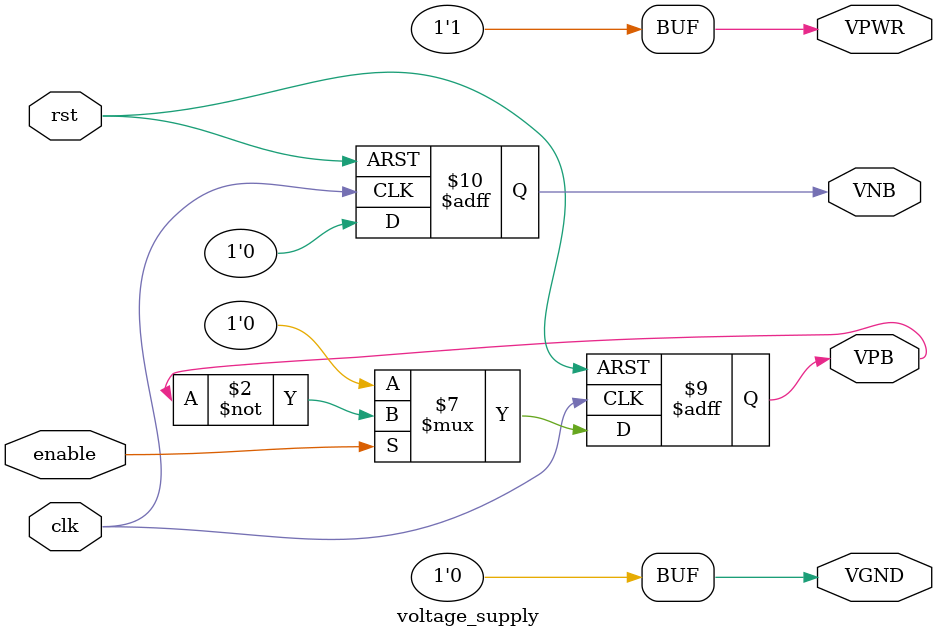
<source format=v>
module voltage_supply (
  input clk,
  input rst,
  input enable,
  output reg VPWR,
  output reg VGND,
  output reg VPB,
  output reg VNB
);

  always @(posedge clk or posedge rst) begin
    if (rst) begin
      VPB <= 0;
      VNB <= 0;
    end else if (enable) begin
      VPB <= #2 ~VPB;
      VNB <= 0;
    end else begin
      VPB <= 0;
      VNB <= 0;
    end
  end

  initial begin
    VPWR = 1;
    VGND = 0;
  end

endmodule
</source>
